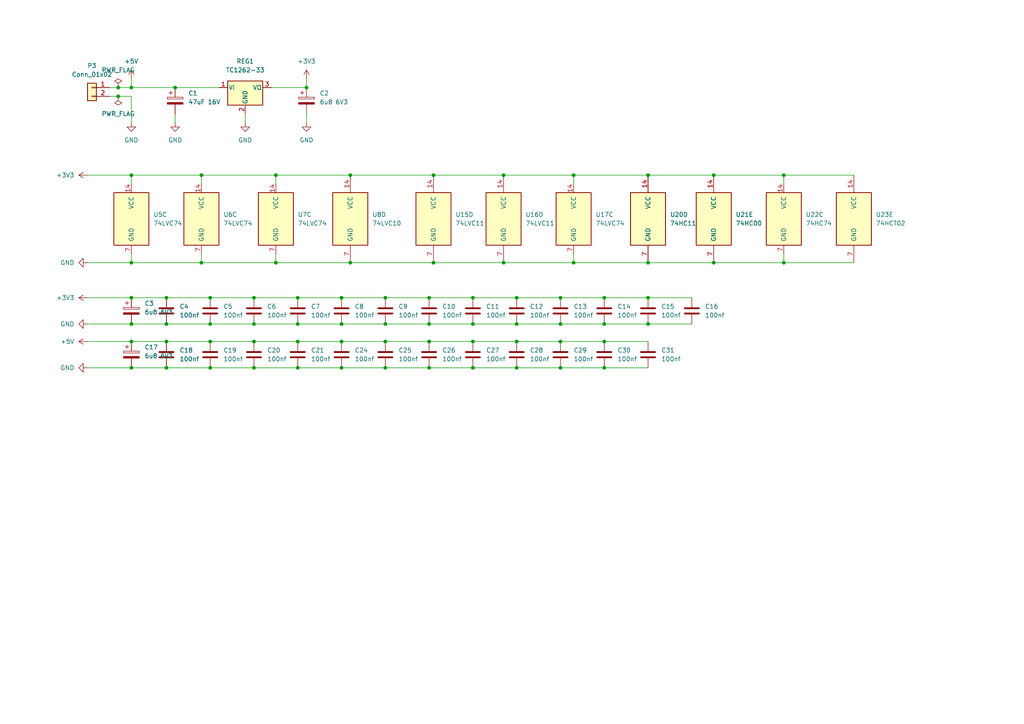
<source format=kicad_sch>
(kicad_sch (version 20211123) (generator eeschema)
  (paper "A4")
  (lib_symbols
    (symbol "74xx-FIX:74HC00" (pin_names (offset 1.016))
      (property "Reference" "U" (at 0 1.27 0))
      (property "Value" "74HC00" (at 0 -1.27 0))
      (symbol "74HC00_1_1"
        (arc (start 0 -3.81) (mid 3.81 0) (end 0 3.81) (stroke (width 0.254)) (fill (type background)))
        (polyline (pts (xy 0 3.81) (xy -3.81 3.81) (xy -3.81 -3.81) (xy 0 -3.81)) (stroke (width 0.254)) (fill (type background)))
        (pin input line (at -7.62 2.54 0) (length 3.81) (name "~") (number "1"))
        (pin input line (at -7.62 -2.54 0) (length 3.81) (name "~") (number "2"))
        (pin output inverted (at 7.62 0 180) (length 3.81) (name "~") (number "3"))
      )
      (symbol "74HC00_1_2"
        (arc (start -3.81 -3.81) (mid -2.589 0) (end -3.81 3.81) (stroke (width 0.254)))
        (arc (start -0.6096 -3.81) (mid 2.1855 -2.584) (end 3.81 0) (stroke (width 0.254)) (fill (type background)))
        (polyline (pts (xy -3.81 -3.81) (xy -0.635 -3.81)) (stroke (width 0.254)) (fill (type background)))
        (polyline (pts (xy -3.81 3.81) (xy -0.635 3.81)) (stroke (width 0.254)) (fill (type background)))
        (polyline (pts (xy -0.635 3.81) (xy -3.81 3.81) (xy -3.81 3.81) (xy -3.556 3.4036) (xy -3.0226 2.2606) (xy -2.6924 1.0414) (xy -2.6162 -0.254) (xy -2.7686 -1.4986) (xy -3.175 -2.7178) (xy -3.81 -3.81) (xy -3.81 -3.81) (xy -0.635 -3.81)) (stroke (width -25.4)) (fill (type background)))
        (arc (start 3.81 0) (mid 2.1928 2.5925) (end -0.6096 3.81) (stroke (width 0.254)) (fill (type background)))
        (pin input inverted (at -7.62 2.54 0) (length 4.318) (name "~") (number "1"))
        (pin input inverted (at -7.62 -2.54 0) (length 4.318) (name "~") (number "2"))
        (pin output line (at 7.62 0 180) (length 3.81) (name "~") (number "3"))
      )
      (symbol "74HC00_2_1"
        (arc (start 0 -3.81) (mid 3.81 0) (end 0 3.81) (stroke (width 0.254)) (fill (type background)))
        (polyline (pts (xy 0 3.81) (xy -3.81 3.81) (xy -3.81 -3.81) (xy 0 -3.81)) (stroke (width 0.254)) (fill (type background)))
        (pin input line (at -7.62 2.54 0) (length 3.81) (name "~") (number "4"))
        (pin input line (at -7.62 -2.54 0) (length 3.81) (name "~") (number "5"))
        (pin output inverted (at 7.62 0 180) (length 3.81) (name "~") (number "6"))
      )
      (symbol "74HC00_2_2"
        (arc (start -3.81 -3.81) (mid -2.589 0) (end -3.81 3.81) (stroke (width 0.254)))
        (arc (start -0.6096 -3.81) (mid 2.1855 -2.584) (end 3.81 0) (stroke (width 0.254)) (fill (type background)))
        (polyline (pts (xy -3.81 -3.81) (xy -0.635 -3.81)) (stroke (width 0.254)) (fill (type background)))
        (polyline (pts (xy -3.81 3.81) (xy -0.635 3.81)) (stroke (width 0.254)) (fill (type background)))
        (polyline (pts (xy -0.635 3.81) (xy -3.81 3.81) (xy -3.81 3.81) (xy -3.556 3.4036) (xy -3.0226 2.2606) (xy -2.6924 1.0414) (xy -2.6162 -0.254) (xy -2.7686 -1.4986) (xy -3.175 -2.7178) (xy -3.81 -3.81) (xy -3.81 -3.81) (xy -0.635 -3.81)) (stroke (width -25.4)) (fill (type background)))
        (arc (start 3.81 0) (mid 2.1928 2.5925) (end -0.6096 3.81) (stroke (width 0.254)) (fill (type background)))
        (pin input inverted (at -7.62 2.54 0) (length 4.318) (name "~") (number "4"))
        (pin input inverted (at -7.62 -2.54 0) (length 4.318) (name "~") (number "5"))
        (pin output line (at 7.62 0 180) (length 3.81) (name "~") (number "6"))
      )
      (symbol "74HC00_3_1"
        (arc (start 0 -3.81) (mid 3.81 0) (end 0 3.81) (stroke (width 0.254)) (fill (type background)))
        (polyline (pts (xy 0 3.81) (xy -3.81 3.81) (xy -3.81 -3.81) (xy 0 -3.81)) (stroke (width 0.254)) (fill (type background)))
        (pin input line (at -7.62 -2.54 0) (length 3.81) (name "~") (number "10"))
        (pin output inverted (at 7.62 0 180) (length 3.81) (name "~") (number "8"))
        (pin input line (at -7.62 2.54 0) (length 3.81) (name "~") (number "9"))
      )
      (symbol "74HC00_3_2"
        (arc (start -3.81 -3.81) (mid -2.589 0) (end -3.81 3.81) (stroke (width 0.254)))
        (arc (start -0.6096 -3.81) (mid 2.1855 -2.584) (end 3.81 0) (stroke (width 0.254)) (fill (type background)))
        (polyline (pts (xy -3.81 -3.81) (xy -0.635 -3.81)) (stroke (width 0.254)) (fill (type background)))
        (polyline (pts (xy -3.81 3.81) (xy -0.635 3.81)) (stroke (width 0.254)) (fill (type background)))
        (polyline (pts (xy -0.635 3.81) (xy -3.81 3.81) (xy -3.81 3.81) (xy -3.556 3.4036) (xy -3.0226 2.2606) (xy -2.6924 1.0414) (xy -2.6162 -0.254) (xy -2.7686 -1.4986) (xy -3.175 -2.7178) (xy -3.81 -3.81) (xy -3.81 -3.81) (xy -0.635 -3.81)) (stroke (width -25.4)) (fill (type background)))
        (arc (start 3.81 0) (mid 2.1928 2.5925) (end -0.6096 3.81) (stroke (width 0.254)) (fill (type background)))
        (pin input inverted (at -7.62 -2.54 0) (length 4.318) (name "~") (number "10"))
        (pin output line (at 7.62 0 180) (length 3.81) (name "~") (number "8"))
        (pin input inverted (at -7.62 2.54 0) (length 4.318) (name "~") (number "9"))
      )
      (symbol "74HC00_4_1"
        (arc (start 0 -3.81) (mid 3.81 0) (end 0 3.81) (stroke (width 0.254)) (fill (type background)))
        (polyline (pts (xy 0 3.81) (xy -3.81 3.81) (xy -3.81 -3.81) (xy 0 -3.81)) (stroke (width 0.254)) (fill (type background)))
        (pin output inverted (at 7.62 0 180) (length 3.81) (name "~") (number "11"))
        (pin input line (at -7.62 2.54 0) (length 3.81) (name "~") (number "12"))
        (pin input line (at -7.62 -2.54 0) (length 3.81) (name "~") (number "13"))
      )
      (symbol "74HC00_4_2"
        (arc (start -3.81 -3.81) (mid -2.589 0) (end -3.81 3.81) (stroke (width 0.254)))
        (arc (start -0.6096 -3.81) (mid 2.1855 -2.584) (end 3.81 0) (stroke (width 0.254)) (fill (type background)))
        (polyline (pts (xy -3.81 -3.81) (xy -0.635 -3.81)) (stroke (width 0.254)) (fill (type background)))
        (polyline (pts (xy -3.81 3.81) (xy -0.635 3.81)) (stroke (width 0.254)) (fill (type background)))
        (polyline (pts (xy -0.635 3.81) (xy -3.81 3.81) (xy -3.81 3.81) (xy -3.556 3.4036) (xy -3.0226 2.2606) (xy -2.6924 1.0414) (xy -2.6162 -0.254) (xy -2.7686 -1.4986) (xy -3.175 -2.7178) (xy -3.81 -3.81) (xy -3.81 -3.81) (xy -0.635 -3.81)) (stroke (width -25.4)) (fill (type background)))
        (arc (start 3.81 0) (mid 2.1928 2.5925) (end -0.6096 3.81) (stroke (width 0.254)) (fill (type background)))
        (pin output line (at 7.62 0 180) (length 3.81) (name "~") (number "11"))
        (pin input inverted (at -7.62 2.54 0) (length 4.318) (name "~") (number "12"))
        (pin input inverted (at -7.62 -2.54 0) (length 4.318) (name "~") (number "13"))
      )
      (symbol "74HC00_5_0"
        (pin power_in line (at 0 12.7 270) (length 5.08) (name "VCC") (number "14"))
        (pin power_in line (at 0 -12.7 90) (length 5.08) (name "GND") (number "7"))
      )
      (symbol "74HC00_5_1"
        (rectangle (start -5.08 7.62) (end 5.08 -7.62) (stroke (width 0.254)) (fill (type background)))
      )
    )
    (symbol "74xx-FIX:74HCT02" (pin_names (offset 1.016))
      (property "Reference" "U" (at 0 1.27 0))
      (property "Value" "74HCT02" (at 0 -1.27 0))
      (symbol "74HCT02_1_1"
        (arc (start -3.81 -3.81) (mid -2.589 0) (end -3.81 3.81) (stroke (width 0.254)))
        (arc (start -0.6096 -3.81) (mid 2.1855 -2.584) (end 3.81 0) (stroke (width 0.254)) (fill (type background)))
        (polyline (pts (xy -3.81 -3.81) (xy -0.635 -3.81)) (stroke (width 0.254)) (fill (type background)))
        (polyline (pts (xy -3.81 3.81) (xy -0.635 3.81)) (stroke (width 0.254)) (fill (type background)))
        (polyline (pts (xy -0.635 3.81) (xy -3.81 3.81) (xy -3.81 3.81) (xy -3.556 3.4036) (xy -3.0226 2.2606) (xy -2.6924 1.0414) (xy -2.6162 -0.254) (xy -2.7686 -1.4986) (xy -3.175 -2.7178) (xy -3.81 -3.81) (xy -3.81 -3.81) (xy -0.635 -3.81)) (stroke (width -25.4)) (fill (type background)))
        (arc (start 3.81 0) (mid 2.1928 2.5925) (end -0.6096 3.81) (stroke (width 0.254)) (fill (type background)))
        (pin output inverted (at 7.62 0 180) (length 3.81) (name "~") (number "1"))
        (pin input line (at -7.62 2.54 0) (length 4.318) (name "~") (number "2"))
        (pin input line (at -7.62 -2.54 0) (length 4.318) (name "~") (number "3"))
      )
      (symbol "74HCT02_1_2"
        (arc (start 0 -3.81) (mid 3.81 0) (end 0 3.81) (stroke (width 0.254)) (fill (type background)))
        (polyline (pts (xy 0 3.81) (xy -3.81 3.81) (xy -3.81 -3.81) (xy 0 -3.81)) (stroke (width 0.254)) (fill (type background)))
        (pin output line (at 7.62 0 180) (length 3.81) (name "~") (number "1"))
        (pin input inverted (at -7.62 2.54 0) (length 3.81) (name "~") (number "2"))
        (pin input inverted (at -7.62 -2.54 0) (length 3.81) (name "~") (number "3"))
      )
      (symbol "74HCT02_2_1"
        (arc (start -3.81 -3.81) (mid -2.589 0) (end -3.81 3.81) (stroke (width 0.254)))
        (arc (start -0.6096 -3.81) (mid 2.1855 -2.584) (end 3.81 0) (stroke (width 0.254)) (fill (type background)))
        (polyline (pts (xy -3.81 -3.81) (xy -0.635 -3.81)) (stroke (width 0.254)) (fill (type background)))
        (polyline (pts (xy -3.81 3.81) (xy -0.635 3.81)) (stroke (width 0.254)) (fill (type background)))
        (polyline (pts (xy -0.635 3.81) (xy -3.81 3.81) (xy -3.81 3.81) (xy -3.556 3.4036) (xy -3.0226 2.2606) (xy -2.6924 1.0414) (xy -2.6162 -0.254) (xy -2.7686 -1.4986) (xy -3.175 -2.7178) (xy -3.81 -3.81) (xy -3.81 -3.81) (xy -0.635 -3.81)) (stroke (width -25.4)) (fill (type background)))
        (arc (start 3.81 0) (mid 2.1928 2.5925) (end -0.6096 3.81) (stroke (width 0.254)) (fill (type background)))
        (pin output inverted (at 7.62 0 180) (length 3.81) (name "~") (number "4"))
        (pin input line (at -7.62 2.54 0) (length 4.318) (name "~") (number "5"))
        (pin input line (at -7.62 -2.54 0) (length 4.318) (name "~") (number "6"))
      )
      (symbol "74HCT02_2_2"
        (arc (start 0 -3.81) (mid 3.81 0) (end 0 3.81) (stroke (width 0.254)) (fill (type background)))
        (polyline (pts (xy 0 3.81) (xy -3.81 3.81) (xy -3.81 -3.81) (xy 0 -3.81)) (stroke (width 0.254)) (fill (type background)))
        (pin output line (at 7.62 0 180) (length 3.81) (name "~") (number "4"))
        (pin input inverted (at -7.62 2.54 0) (length 3.81) (name "~") (number "5"))
        (pin input inverted (at -7.62 -2.54 0) (length 3.81) (name "~") (number "6"))
      )
      (symbol "74HCT02_3_1"
        (arc (start -3.81 -3.81) (mid -2.589 0) (end -3.81 3.81) (stroke (width 0.254)))
        (arc (start -0.6096 -3.81) (mid 2.1855 -2.584) (end 3.81 0) (stroke (width 0.254)) (fill (type background)))
        (polyline (pts (xy -3.81 -3.81) (xy -0.635 -3.81)) (stroke (width 0.254)) (fill (type background)))
        (polyline (pts (xy -3.81 3.81) (xy -0.635 3.81)) (stroke (width 0.254)) (fill (type background)))
        (polyline (pts (xy -0.635 3.81) (xy -3.81 3.81) (xy -3.81 3.81) (xy -3.556 3.4036) (xy -3.0226 2.2606) (xy -2.6924 1.0414) (xy -2.6162 -0.254) (xy -2.7686 -1.4986) (xy -3.175 -2.7178) (xy -3.81 -3.81) (xy -3.81 -3.81) (xy -0.635 -3.81)) (stroke (width -25.4)) (fill (type background)))
        (arc (start 3.81 0) (mid 2.1928 2.5925) (end -0.6096 3.81) (stroke (width 0.254)) (fill (type background)))
        (pin output inverted (at 7.62 0 180) (length 3.81) (name "~") (number "10"))
        (pin input line (at -7.62 2.54 0) (length 4.318) (name "~") (number "8"))
        (pin input line (at -7.62 -2.54 0) (length 4.318) (name "~") (number "9"))
      )
      (symbol "74HCT02_3_2"
        (arc (start 0 -3.81) (mid 3.81 0) (end 0 3.81) (stroke (width 0.254)) (fill (type background)))
        (polyline (pts (xy 0 3.81) (xy -3.81 3.81) (xy -3.81 -3.81) (xy 0 -3.81)) (stroke (width 0.254)) (fill (type background)))
        (pin output line (at 7.62 0 180) (length 3.81) (name "~") (number "10"))
        (pin input inverted (at -7.62 2.54 0) (length 3.81) (name "~") (number "8"))
        (pin input inverted (at -7.62 -2.54 0) (length 3.81) (name "~") (number "9"))
      )
      (symbol "74HCT02_4_1"
        (arc (start -3.81 -3.81) (mid -2.589 0) (end -3.81 3.81) (stroke (width 0.254)))
        (arc (start -0.6096 -3.81) (mid 2.1855 -2.584) (end 3.81 0) (stroke (width 0.254)) (fill (type background)))
        (polyline (pts (xy -3.81 -3.81) (xy -0.635 -3.81)) (stroke (width 0.254)) (fill (type background)))
        (polyline (pts (xy -3.81 3.81) (xy -0.635 3.81)) (stroke (width 0.254)) (fill (type background)))
        (polyline (pts (xy -0.635 3.81) (xy -3.81 3.81) (xy -3.81 3.81) (xy -3.556 3.4036) (xy -3.0226 2.2606) (xy -2.6924 1.0414) (xy -2.6162 -0.254) (xy -2.7686 -1.4986) (xy -3.175 -2.7178) (xy -3.81 -3.81) (xy -3.81 -3.81) (xy -0.635 -3.81)) (stroke (width -25.4)) (fill (type background)))
        (arc (start 3.81 0) (mid 2.1928 2.5925) (end -0.6096 3.81) (stroke (width 0.254)) (fill (type background)))
        (pin input line (at -7.62 2.54 0) (length 4.318) (name "~") (number "11"))
        (pin input line (at -7.62 -2.54 0) (length 4.318) (name "~") (number "12"))
        (pin output inverted (at 7.62 0 180) (length 3.81) (name "~") (number "13"))
      )
      (symbol "74HCT02_4_2"
        (arc (start 0 -3.81) (mid 3.81 0) (end 0 3.81) (stroke (width 0.254)) (fill (type background)))
        (polyline (pts (xy 0 3.81) (xy -3.81 3.81) (xy -3.81 -3.81) (xy 0 -3.81)) (stroke (width 0.254)) (fill (type background)))
        (pin input inverted (at -7.62 2.54 0) (length 3.81) (name "~") (number "11"))
        (pin input inverted (at -7.62 -2.54 0) (length 3.81) (name "~") (number "12"))
        (pin output line (at 7.62 0 180) (length 3.81) (name "~") (number "13"))
      )
      (symbol "74HCT02_5_0"
        (pin power_in line (at 0 12.7 270) (length 5.08) (name "VCC") (number "14"))
        (pin power_in line (at 0 -12.7 90) (length 5.08) (name "GND") (number "7"))
      )
      (symbol "74HCT02_5_1"
        (rectangle (start -5.08 7.62) (end 5.08 -7.62) (stroke (width 0.254)) (fill (type background)))
      )
    )
    (symbol "74xx-FIX:74LS11" (pin_names (offset 1.016))
      (property "Reference" "U" (at 0 1.27 0))
      (property "Value" "74LS11" (at 0 -1.27 0))
      (symbol "74LS11_1_1"
        (arc (start 0 -3.81) (mid 3.81 0) (end 0 3.81) (stroke (width 0.254)) (fill (type background)))
        (polyline (pts (xy 0 3.81) (xy -3.81 3.81) (xy -3.81 -3.81) (xy 0 -3.81)) (stroke (width 0.254)) (fill (type background)))
        (pin input line (at -7.62 2.54 0) (length 3.81) (name "~") (number "1"))
        (pin output line (at 7.62 0 180) (length 3.81) (name "~") (number "12"))
        (pin input line (at -7.62 -2.54 0) (length 3.81) (name "~") (number "13"))
        (pin input line (at -7.62 0 0) (length 3.81) (name "~") (number "2"))
      )
      (symbol "74LS11_1_2"
        (arc (start -3.81 -3.81) (mid -2.589 0) (end -3.81 3.81) (stroke (width 0.254)))
        (arc (start -0.6096 -3.81) (mid 2.1855 -2.584) (end 3.81 0) (stroke (width 0.254)) (fill (type background)))
        (polyline (pts (xy -3.81 -3.81) (xy -0.635 -3.81)) (stroke (width 0.254)) (fill (type background)))
        (polyline (pts (xy -3.81 3.81) (xy -0.635 3.81)) (stroke (width 0.254)) (fill (type background)))
        (polyline (pts (xy -0.635 3.81) (xy -3.81 3.81) (xy -3.81 3.81) (xy -3.556 3.4036) (xy -3.0226 2.2606) (xy -2.6924 1.0414) (xy -2.6162 -0.254) (xy -2.7686 -1.4986) (xy -3.175 -2.7178) (xy -3.81 -3.81) (xy -3.81 -3.81) (xy -0.635 -3.81)) (stroke (width -25.4)) (fill (type background)))
        (arc (start 3.81 0) (mid 2.1928 2.5925) (end -0.6096 3.81) (stroke (width 0.254)) (fill (type background)))
        (pin input inverted (at -7.62 2.54 0) (length 4.318) (name "~") (number "1"))
        (pin output inverted (at 7.62 0 180) (length 3.81) (name "~") (number "12"))
        (pin input inverted (at -7.62 -2.54 0) (length 4.318) (name "~") (number "13"))
        (pin input inverted (at -7.62 0 0) (length 4.953) (name "~") (number "2"))
      )
      (symbol "74LS11_2_1"
        (arc (start 0 -3.81) (mid 3.81 0) (end 0 3.81) (stroke (width 0.254)) (fill (type background)))
        (polyline (pts (xy 0 3.81) (xy -3.81 3.81) (xy -3.81 -3.81) (xy 0 -3.81)) (stroke (width 0.254)) (fill (type background)))
        (pin input line (at -7.62 2.54 0) (length 3.81) (name "~") (number "3"))
        (pin input line (at -7.62 0 0) (length 3.81) (name "~") (number "4"))
        (pin input line (at -7.62 -2.54 0) (length 3.81) (name "~") (number "5"))
        (pin output line (at 7.62 0 180) (length 3.81) (name "~") (number "6"))
      )
      (symbol "74LS11_2_2"
        (arc (start -3.81 -3.81) (mid -2.589 0) (end -3.81 3.81) (stroke (width 0.254)))
        (arc (start -0.6096 -3.81) (mid 2.1855 -2.584) (end 3.81 0) (stroke (width 0.254)) (fill (type background)))
        (polyline (pts (xy -3.81 -3.81) (xy -0.635 -3.81)) (stroke (width 0.254)) (fill (type background)))
        (polyline (pts (xy -3.81 3.81) (xy -0.635 3.81)) (stroke (width 0.254)) (fill (type background)))
        (polyline (pts (xy -0.635 3.81) (xy -3.81 3.81) (xy -3.81 3.81) (xy -3.556 3.4036) (xy -3.0226 2.2606) (xy -2.6924 1.0414) (xy -2.6162 -0.254) (xy -2.7686 -1.4986) (xy -3.175 -2.7178) (xy -3.81 -3.81) (xy -3.81 -3.81) (xy -0.635 -3.81)) (stroke (width -25.4)) (fill (type background)))
        (arc (start 3.81 0) (mid 2.1928 2.5925) (end -0.6096 3.81) (stroke (width 0.254)) (fill (type background)))
        (pin input inverted (at -7.62 2.54 0) (length 4.318) (name "~") (number "3"))
        (pin input inverted (at -7.62 0 0) (length 4.953) (name "~") (number "4"))
        (pin input inverted (at -7.62 -2.54 0) (length 4.318) (name "~") (number "5"))
        (pin output inverted (at 7.62 0 180) (length 3.81) (name "~") (number "6"))
      )
      (symbol "74LS11_3_1"
        (arc (start 0 -3.81) (mid 3.81 0) (end 0 3.81) (stroke (width 0.254)) (fill (type background)))
        (polyline (pts (xy 0 3.81) (xy -3.81 3.81) (xy -3.81 -3.81) (xy 0 -3.81)) (stroke (width 0.254)) (fill (type background)))
        (pin input line (at -7.62 0 0) (length 3.81) (name "~") (number "10"))
        (pin input line (at -7.62 -2.54 0) (length 3.81) (name "~") (number "11"))
        (pin output line (at 7.62 0 180) (length 3.81) (name "~") (number "8"))
        (pin input line (at -7.62 2.54 0) (length 3.81) (name "~") (number "9"))
      )
      (symbol "74LS11_3_2"
        (arc (start -3.81 -3.81) (mid -2.589 0) (end -3.81 3.81) (stroke (width 0.254)))
        (arc (start -0.6096 -3.81) (mid 2.1855 -2.584) (end 3.81 0) (stroke (width 0.254)) (fill (type background)))
        (polyline (pts (xy -3.81 -3.81) (xy -0.635 -3.81)) (stroke (width 0.254)) (fill (type background)))
        (polyline (pts (xy -3.81 3.81) (xy -0.635 3.81)) (stroke (width 0.254)) (fill (type background)))
        (polyline (pts (xy -0.635 3.81) (xy -3.81 3.81) (xy -3.81 3.81) (xy -3.556 3.4036) (xy -3.0226 2.2606) (xy -2.6924 1.0414) (xy -2.6162 -0.254) (xy -2.7686 -1.4986) (xy -3.175 -2.7178) (xy -3.81 -3.81) (xy -3.81 -3.81) (xy -0.635 -3.81)) (stroke (width -25.4)) (fill (type background)))
        (arc (start 3.81 0) (mid 2.1928 2.5925) (end -0.6096 3.81) (stroke (width 0.254)) (fill (type background)))
        (pin input inverted (at -7.62 0 0) (length 4.953) (name "~") (number "10"))
        (pin input inverted (at -7.62 -2.54 0) (length 4.318) (name "~") (number "11"))
        (pin output inverted (at 7.62 0 180) (length 3.81) (name "~") (number "8"))
        (pin input inverted (at -7.62 2.54 0) (length 4.318) (name "~") (number "9"))
      )
      (symbol "74LS11_4_0"
        (pin power_in line (at 0 12.7 270) (length 5.08) (name "VCC") (number "14"))
        (pin power_in line (at 0 -12.7 90) (length 5.08) (name "GND") (number "7"))
      )
      (symbol "74LS11_4_1"
        (rectangle (start -5.08 7.62) (end 5.08 -7.62) (stroke (width 0.254)) (fill (type background)))
      )
    )
    (symbol "74xx:74HC74" (pin_names (offset 1.016))
      (property "Reference" "U" (at -7.62 8.89 0))
      (property "Value" "74HC74" (at -7.62 -8.89 0))
      (symbol "74HC74_1_0"
        (pin input line (at 0 -7.62 90) (length 2.54) (name "~{R}") (number "1"))
        (pin input line (at -7.62 2.54 0) (length 2.54) (name "D") (number "2"))
        (pin input clock (at -7.62 0 0) (length 2.54) (name "C") (number "3"))
        (pin input line (at 0 7.62 270) (length 2.54) (name "~{S}") (number "4"))
        (pin output line (at 7.62 2.54 180) (length 2.54) (name "Q") (number "5"))
        (pin output line (at 7.62 -2.54 180) (length 2.54) (name "~{Q}") (number "6"))
      )
      (symbol "74HC74_1_1"
        (rectangle (start -5.08 5.08) (end 5.08 -5.08) (stroke (width 0.254)) (fill (type background)))
      )
      (symbol "74HC74_2_0"
        (pin input line (at 0 7.62 270) (length 2.54) (name "~{S}") (number "10"))
        (pin input clock (at -7.62 0 0) (length 2.54) (name "C") (number "11"))
        (pin input line (at -7.62 2.54 0) (length 2.54) (name "D") (number "12"))
        (pin input line (at 0 -7.62 90) (length 2.54) (name "~{R}") (number "13"))
        (pin output line (at 7.62 -2.54 180) (length 2.54) (name "~{Q}") (number "8"))
        (pin output line (at 7.62 2.54 180) (length 2.54) (name "Q") (number "9"))
      )
      (symbol "74HC74_2_1"
        (rectangle (start -5.08 5.08) (end 5.08 -5.08) (stroke (width 0.254)) (fill (type background)))
      )
      (symbol "74HC74_3_0"
        (pin power_in line (at 0 10.16 270) (length 2.54) (name "VCC") (number "14"))
        (pin power_in line (at 0 -10.16 90) (length 2.54) (name "GND") (number "7"))
      )
      (symbol "74HC74_3_1"
        (rectangle (start -5.08 7.62) (end 5.08 -7.62) (stroke (width 0.254)) (fill (type background)))
      )
    )
    (symbol "74xx:74LS10" (pin_names (offset 1.016))
      (property "Reference" "U" (at 0 1.27 0))
      (property "Value" "74LS10" (at 0 -1.27 0))
      (symbol "74LS10_1_1"
        (arc (start 0 -3.81) (mid 3.81 0) (end 0 3.81) (stroke (width 0.254)) (fill (type background)))
        (polyline (pts (xy 0 3.81) (xy -3.81 3.81) (xy -3.81 -3.81) (xy 0 -3.81)) (stroke (width 0.254)) (fill (type background)))
        (pin input line (at -7.62 2.54 0) (length 3.81) (name "~") (number "1"))
        (pin output inverted (at 7.62 0 180) (length 3.81) (name "~") (number "12"))
        (pin input line (at -7.62 -2.54 0) (length 3.81) (name "~") (number "13"))
        (pin input line (at -7.62 0 0) (length 3.81) (name "~") (number "2"))
      )
      (symbol "74LS10_1_2"
        (arc (start -3.81 -3.81) (mid -2.589 0) (end -3.81 3.81) (stroke (width 0.254)))
        (arc (start -0.6096 -3.81) (mid 2.1842 -2.5851) (end 3.81 0) (stroke (width 0.254)) (fill (type background)))
        (polyline (pts (xy -3.81 -3.81) (xy -0.635 -3.81)) (stroke (width 0.254)) (fill (type background)))
        (polyline (pts (xy -3.81 3.81) (xy -0.635 3.81)) (stroke (width 0.254)) (fill (type background)))
        (polyline (pts (xy -0.635 3.81) (xy -3.81 3.81) (xy -3.81 3.81) (xy -3.556 3.4036) (xy -3.0226 2.2606) (xy -2.6924 1.0414) (xy -2.6162 -0.254) (xy -2.7686 -1.4986) (xy -3.175 -2.7178) (xy -3.81 -3.81) (xy -3.81 -3.81) (xy -0.635 -3.81)) (stroke (width -25.4)) (fill (type background)))
        (arc (start 3.81 0) (mid 2.1915 2.5936) (end -0.6096 3.81) (stroke (width 0.254)) (fill (type background)))
        (pin input inverted (at -7.62 2.54 0) (length 4.318) (name "~") (number "1"))
        (pin output line (at 7.62 0 180) (length 3.81) (name "~") (number "12"))
        (pin input inverted (at -7.62 -2.54 0) (length 4.318) (name "~") (number "13"))
        (pin input inverted (at -7.62 0 0) (length 4.953) (name "~") (number "2"))
      )
      (symbol "74LS10_2_1"
        (arc (start 0 -3.81) (mid 3.81 0) (end 0 3.81) (stroke (width 0.254)) (fill (type background)))
        (polyline (pts (xy 0 3.81) (xy -3.81 3.81) (xy -3.81 -3.81) (xy 0 -3.81)) (stroke (width 0.254)) (fill (type background)))
        (pin input line (at -7.62 2.54 0) (length 3.81) (name "~") (number "3"))
        (pin input line (at -7.62 0 0) (length 3.81) (name "~") (number "4"))
        (pin input line (at -7.62 -2.54 0) (length 3.81) (name "~") (number "5"))
        (pin output inverted (at 7.62 0 180) (length 3.81) (name "~") (number "6"))
      )
      (symbol "74LS10_2_2"
        (arc (start -3.81 -3.81) (mid -2.589 0) (end -3.81 3.81) (stroke (width 0.254)))
        (arc (start -0.6096 -3.81) (mid 2.1842 -2.5851) (end 3.81 0) (stroke (width 0.254)) (fill (type background)))
        (polyline (pts (xy -3.81 -3.81) (xy -0.635 -3.81)) (stroke (width 0.254)) (fill (type background)))
        (polyline (pts (xy -3.81 3.81) (xy -0.635 3.81)) (stroke (width 0.254)) (fill (type background)))
        (polyline (pts (xy -0.635 3.81) (xy -3.81 3.81) (xy -3.81 3.81) (xy -3.556 3.4036) (xy -3.0226 2.2606) (xy -2.6924 1.0414) (xy -2.6162 -0.254) (xy -2.7686 -1.4986) (xy -3.175 -2.7178) (xy -3.81 -3.81) (xy -3.81 -3.81) (xy -0.635 -3.81)) (stroke (width -25.4)) (fill (type background)))
        (arc (start 3.81 0) (mid 2.1915 2.5936) (end -0.6096 3.81) (stroke (width 0.254)) (fill (type background)))
        (pin input inverted (at -7.62 2.54 0) (length 4.318) (name "~") (number "3"))
        (pin input inverted (at -7.62 0 0) (length 4.953) (name "~") (number "4"))
        (pin input inverted (at -7.62 -2.54 0) (length 4.318) (name "~") (number "5"))
        (pin output line (at 7.62 0 180) (length 3.81) (name "~") (number "6"))
      )
      (symbol "74LS10_3_1"
        (arc (start 0 -3.81) (mid 3.81 0) (end 0 3.81) (stroke (width 0.254)) (fill (type background)))
        (polyline (pts (xy 0 3.81) (xy -3.81 3.81) (xy -3.81 -3.81) (xy 0 -3.81)) (stroke (width 0.254)) (fill (type background)))
        (pin input line (at -7.62 0 0) (length 3.81) (name "~") (number "10"))
        (pin input line (at -7.62 -2.54 0) (length 3.81) (name "~") (number "11"))
        (pin output inverted (at 7.62 0 180) (length 3.81) (name "~") (number "8"))
        (pin input line (at -7.62 2.54 0) (length 3.81) (name "~") (number "9"))
      )
      (symbol "74LS10_3_2"
        (arc (start -3.81 -3.81) (mid -2.589 0) (end -3.81 3.81) (stroke (width 0.254)))
        (arc (start -0.6096 -3.81) (mid 2.1842 -2.5851) (end 3.81 0) (stroke (width 0.254)) (fill (type background)))
        (polyline (pts (xy -3.81 -3.81) (xy -0.635 -3.81)) (stroke (width 0.254)) (fill (type background)))
        (polyline (pts (xy -3.81 3.81) (xy -0.635 3.81)) (stroke (width 0.254)) (fill (type background)))
        (polyline (pts (xy -0.635 3.81) (xy -3.81 3.81) (xy -3.81 3.81) (xy -3.556 3.4036) (xy -3.0226 2.2606) (xy -2.6924 1.0414) (xy -2.6162 -0.254) (xy -2.7686 -1.4986) (xy -3.175 -2.7178) (xy -3.81 -3.81) (xy -3.81 -3.81) (xy -0.635 -3.81)) (stroke (width -25.4)) (fill (type background)))
        (arc (start 3.81 0) (mid 2.1915 2.5936) (end -0.6096 3.81) (stroke (width 0.254)) (fill (type background)))
        (pin input inverted (at -7.62 0 0) (length 4.953) (name "~") (number "10"))
        (pin input inverted (at -7.62 -2.54 0) (length 4.318) (name "~") (number "11"))
        (pin output line (at 7.62 0 180) (length 3.81) (name "~") (number "8"))
        (pin input inverted (at -7.62 2.54 0) (length 4.318) (name "~") (number "9"))
      )
      (symbol "74LS10_4_0"
        (pin power_in line (at 0 12.7 270) (length 5.08) (name "VCC") (number "14"))
        (pin power_in line (at 0 -12.7 90) (length 5.08) (name "GND") (number "7"))
      )
      (symbol "74LS10_4_1"
        (rectangle (start -5.08 7.62) (end 5.08 -7.62) (stroke (width 0.254)) (fill (type background)))
      )
    )
    (symbol "74xx:74LS74" (pin_names (offset 1.016))
      (property "Reference" "U" (at -7.62 8.89 0))
      (property "Value" "74LS74" (at -7.62 -8.89 0))
      (symbol "74LS74_1_0"
        (pin input line (at 0 -7.62 90) (length 2.54) (name "~{R}") (number "1"))
        (pin input line (at -7.62 2.54 0) (length 2.54) (name "D") (number "2"))
        (pin input clock (at -7.62 0 0) (length 2.54) (name "C") (number "3"))
        (pin input line (at 0 7.62 270) (length 2.54) (name "~{S}") (number "4"))
        (pin output line (at 7.62 2.54 180) (length 2.54) (name "Q") (number "5"))
        (pin output line (at 7.62 -2.54 180) (length 2.54) (name "~{Q}") (number "6"))
      )
      (symbol "74LS74_1_1"
        (rectangle (start -5.08 5.08) (end 5.08 -5.08) (stroke (width 0.254)) (fill (type background)))
      )
      (symbol "74LS74_2_0"
        (pin input line (at 0 7.62 270) (length 2.54) (name "~{S}") (number "10"))
        (pin input clock (at -7.62 0 0) (length 2.54) (name "C") (number "11"))
        (pin input line (at -7.62 2.54 0) (length 2.54) (name "D") (number "12"))
        (pin input line (at 0 -7.62 90) (length 2.54) (name "~{R}") (number "13"))
        (pin output line (at 7.62 -2.54 180) (length 2.54) (name "~{Q}") (number "8"))
        (pin output line (at 7.62 2.54 180) (length 2.54) (name "Q") (number "9"))
      )
      (symbol "74LS74_2_1"
        (rectangle (start -5.08 5.08) (end 5.08 -5.08) (stroke (width 0.254)) (fill (type background)))
      )
      (symbol "74LS74_3_0"
        (pin power_in line (at 0 10.16 270) (length 2.54) (name "VCC") (number "14"))
        (pin power_in line (at 0 -10.16 90) (length 2.54) (name "GND") (number "7"))
      )
      (symbol "74LS74_3_1"
        (rectangle (start -5.08 7.62) (end 5.08 -7.62) (stroke (width 0.254)) (fill (type background)))
      )
    )
    (symbol "Connector_Generic:Conn_01x02" (pin_names (offset 1.016) hide)
      (property "Reference" "J" (at 0 2.54 0))
      (property "Value" "Conn_01x02" (at 0 -5.08 0))
      (symbol "Conn_01x02_1_1"
        (rectangle (start -1.27 -2.413) (end 0 -2.667) (stroke (width 0.1524)))
        (rectangle (start -1.27 0.127) (end 0 -0.127) (stroke (width 0.1524)))
        (rectangle (start -1.27 1.27) (end 1.27 -3.81) (stroke (width 0.254)) (fill (type background)))
        (pin passive line (at -5.08 0 0) (length 3.81) (name "Pin_1") (number "1"))
        (pin passive line (at -5.08 -2.54 0) (length 3.81) (name "Pin_2") (number "2"))
      )
    )
    (symbol "Device:C" (pin_numbers hide) (pin_names (offset 0.254))
      (property "Reference" "C" (at 0.635 2.54 0))
      (property "Value" "C" (at 0.635 -2.54 0))
      (symbol "C_0_1"
        (polyline (pts (xy -2.032 -0.762) (xy 2.032 -0.762)) (stroke (width 0.508)))
        (polyline (pts (xy -2.032 0.762) (xy 2.032 0.762)) (stroke (width 0.508)))
      )
      (symbol "C_1_1"
        (pin passive line (at 0 3.81 270) (length 2.794) (name "~") (number "1"))
        (pin passive line (at 0 -3.81 90) (length 2.794) (name "~") (number "2"))
      )
    )
    (symbol "Device:C_Polarized" (pin_numbers hide) (pin_names (offset 0.254))
      (property "Reference" "C" (at 0.635 2.54 0))
      (property "Value" "C_Polarized" (at 0.635 -2.54 0))
      (symbol "C_Polarized_0_1"
        (rectangle (start -2.286 0.508) (end 2.286 1.016))
        (polyline (pts (xy -1.778 2.286) (xy -0.762 2.286)))
        (polyline (pts (xy -1.27 2.794) (xy -1.27 1.778)))
        (rectangle (start 2.286 -0.508) (end -2.286 -1.016) (fill (type outline)))
      )
      (symbol "C_Polarized_1_1"
        (pin passive line (at 0 3.81 270) (length 2.794) (name "~") (number "1"))
        (pin passive line (at 0 -3.81 90) (length 2.794) (name "~") (number "2"))
      )
    )
    (symbol "Regulator_Linear:TC1262-33" (pin_names (offset 0.254))
      (property "Reference" "U" (at -3.81 3.175 0))
      (property "Value" "TC1262-33" (at 0 3.175 0))
      (symbol "TC1262-33_1_1"
        (rectangle (start -5.08 1.905) (end 5.08 -5.08) (stroke (width 0.254)) (fill (type background)))
        (pin power_in line (at -7.62 0 0) (length 2.54) (name "VI") (number "1"))
        (pin power_in line (at 0 -7.62 90) (length 2.54) (name "GND") (number "2"))
        (pin power_out line (at 7.62 0 180) (length 2.54) (name "VO") (number "3"))
      )
    )
    (symbol "power:+3.3V" (power) (pin_names (offset 0))
      (property "Value" "+3.3V" (at 0 3.556 0))
      (symbol "+3.3V_0_1"
        (polyline (pts (xy -0.762 1.27) (xy 0 2.54)))
        (polyline (pts (xy 0 0) (xy 0 2.54)))
        (polyline (pts (xy 0 2.54) (xy 0.762 1.27)))
      )
      (symbol "+3.3V_1_1"
        (pin power_in line (at 0 0 90) (length 0) hide (name "+3V3") (number "1"))
      )
    )
    (symbol "power:+5V" (power) (pin_names (offset 0))
      (property "Value" "+5V" (at 0 3.556 0))
      (symbol "+5V_0_1"
        (polyline (pts (xy -0.762 1.27) (xy 0 2.54)))
        (polyline (pts (xy 0 0) (xy 0 2.54)))
        (polyline (pts (xy 0 2.54) (xy 0.762 1.27)))
      )
      (symbol "+5V_1_1"
        (pin power_in line (at 0 0 90) (length 0) hide (name "+5V") (number "1"))
      )
    )
    (symbol "power:GND" (power) (pin_names (offset 0))
      (property "Value" "GND" (at 0 -3.81 0))
      (symbol "GND_0_1"
        (polyline (pts (xy 0 0) (xy 0 -1.27) (xy 1.27 -1.27) (xy 0 -2.54) (xy -1.27 -1.27) (xy 0 -1.27)))
      )
      (symbol "GND_1_1"
        (pin power_in line (at 0 0 270) (length 0) hide (name "GND") (number "1"))
      )
    )
    (symbol "power:PWR_FLAG" (power) (pin_numbers hide) (pin_names (offset 0) hide)
      (property "Value" "PWR_FLAG" (at 0 3.81 0))
      (symbol "PWR_FLAG_0_0"
        (pin power_out line (at 0 0 90) (length 0) (name "pwr") (number "1"))
      )
      (symbol "PWR_FLAG_0_1"
        (polyline (pts (xy 0 0) (xy 0 1.27) (xy -1.016 1.905) (xy 0 2.54) (xy 1.016 1.905) (xy 0 1.27)))
      )
    )
  )
  (junction (at 86.36 99.06))
  (junction (at 60.96 106.68))
  (junction (at 166.37 50.8))
  (junction (at 38.1 86.36))
  (junction (at 111.76 99.06))
  (junction (at 86.36 106.68))
  (junction (at 99.06 106.68))
  (junction (at 80.01 76.2))
  (junction (at 60.96 86.36))
  (junction (at 149.86 99.06))
  (junction (at 38.1 50.8))
  (junction (at 34.29 27.94))
  (junction (at 124.46 106.68))
  (junction (at 99.06 99.06))
  (junction (at 60.96 93.98))
  (junction (at 60.96 99.06))
  (junction (at 175.26 93.98))
  (junction (at 48.26 86.36))
  (junction (at 125.73 76.2))
  (junction (at 149.86 93.98))
  (junction (at 73.66 106.68))
  (junction (at 149.86 106.68))
  (junction (at 111.76 93.98))
  (junction (at 38.1 76.2))
  (junction (at 187.96 76.2))
  (junction (at 125.73 50.8))
  (junction (at 175.26 86.36))
  (junction (at 38.1 99.06))
  (junction (at 101.6 76.2))
  (junction (at 227.33 50.8))
  (junction (at 80.01 50.8))
  (junction (at 227.33 76.2))
  (junction (at 73.66 86.36))
  (junction (at 149.86 86.36))
  (junction (at 146.05 76.2))
  (junction (at 38.1 106.68))
  (junction (at 124.46 93.98))
  (junction (at 73.66 99.06))
  (junction (at 207.01 76.2))
  (junction (at 137.16 99.06))
  (junction (at 48.26 99.06))
  (junction (at 187.96 93.98))
  (junction (at 175.26 99.06))
  (junction (at 111.76 86.36))
  (junction (at 38.1 93.98))
  (junction (at 207.01 50.8))
  (junction (at 99.06 93.98))
  (junction (at 146.05 50.8))
  (junction (at 124.46 99.06))
  (junction (at 86.36 93.98))
  (junction (at 48.26 106.68))
  (junction (at 58.42 76.2))
  (junction (at 48.26 93.98))
  (junction (at 99.06 86.36))
  (junction (at 101.6 50.8))
  (junction (at 166.37 76.2))
  (junction (at 187.96 86.36))
  (junction (at 162.56 106.68))
  (junction (at 124.46 86.36))
  (junction (at 137.16 86.36))
  (junction (at 88.9 25.4))
  (junction (at 34.29 25.4))
  (junction (at 86.36 86.36))
  (junction (at 137.16 93.98))
  (junction (at 162.56 99.06))
  (junction (at 137.16 106.68))
  (junction (at 50.8 25.4))
  (junction (at 73.66 93.98))
  (junction (at 38.1 25.4))
  (junction (at 162.56 86.36))
  (junction (at 58.42 50.8))
  (junction (at 187.96 50.8))
  (junction (at 175.26 106.68))
  (junction (at 111.76 106.68))
  (junction (at 162.56 93.98))
  (wire (pts (xy 175.26 93.98) (xy 187.96 93.98)))
  (wire (pts (xy 137.16 86.36) (xy 149.86 86.36)))
  (wire (pts (xy 58.42 50.8) (xy 80.01 50.8)))
  (wire (pts (xy 137.16 93.98) (xy 149.86 93.98)))
  (wire (pts (xy 162.56 93.98) (xy 175.26 93.98)))
  (wire (pts (xy 187.96 50.8) (xy 207.01 50.8)))
  (wire (pts (xy 48.26 86.36) (xy 60.96 86.36)))
  (wire (pts (xy 38.1 76.2) (xy 38.1 73.66)))
  (wire (pts (xy 227.33 50.8) (xy 227.33 53.34)))
  (wire (pts (xy 187.96 76.2) (xy 207.01 76.2)))
  (wire (pts (xy 111.76 106.68) (xy 124.46 106.68)))
  (wire (pts (xy 38.1 76.2) (xy 58.42 76.2)))
  (wire (pts (xy 125.73 50.8) (xy 146.05 50.8)))
  (wire (pts (xy 207.01 50.8) (xy 227.33 50.8)))
  (wire (pts (xy 88.9 35.56) (xy 88.9 33.02)))
  (wire (pts (xy 60.96 99.06) (xy 73.66 99.06)))
  (wire (pts (xy 162.56 86.36) (xy 175.26 86.36)))
  (wire (pts (xy 175.26 106.68) (xy 187.96 106.68)))
  (wire (pts (xy 86.36 106.68) (xy 99.06 106.68)))
  (wire (pts (xy 25.4 93.98) (xy 38.1 93.98)))
  (wire (pts (xy 31.75 27.94) (xy 34.29 27.94)))
  (wire (pts (xy 38.1 27.94) (xy 38.1 35.56)))
  (wire (pts (xy 149.86 99.06) (xy 162.56 99.06)))
  (wire (pts (xy 187.96 86.36) (xy 200.66 86.36)))
  (wire (pts (xy 31.75 25.4) (xy 34.29 25.4)))
  (wire (pts (xy 137.16 106.68) (xy 149.86 106.68)))
  (wire (pts (xy 60.96 86.36) (xy 73.66 86.36)))
  (wire (pts (xy 149.86 106.68) (xy 162.56 106.68)))
  (wire (pts (xy 58.42 76.2) (xy 58.42 73.66)))
  (wire (pts (xy 58.42 76.2) (xy 80.01 76.2)))
  (wire (pts (xy 207.01 76.2) (xy 227.33 76.2)))
  (wire (pts (xy 227.33 73.66) (xy 227.33 76.2)))
  (wire (pts (xy 124.46 86.36) (xy 137.16 86.36)))
  (wire (pts (xy 146.05 50.8) (xy 166.37 50.8)))
  (wire (pts (xy 162.56 99.06) (xy 175.26 99.06)))
  (wire (pts (xy 58.42 53.34) (xy 58.42 50.8)))
  (wire (pts (xy 25.4 76.2) (xy 38.1 76.2)))
  (wire (pts (xy 166.37 53.34) (xy 166.37 50.8)))
  (wire (pts (xy 227.33 76.2) (xy 247.65 76.2)))
  (wire (pts (xy 34.29 27.94) (xy 38.1 27.94)))
  (wire (pts (xy 60.96 106.68) (xy 73.66 106.68)))
  (wire (pts (xy 124.46 99.06) (xy 137.16 99.06)))
  (wire (pts (xy 86.36 86.36) (xy 99.06 86.36)))
  (wire (pts (xy 149.86 86.36) (xy 162.56 86.36)))
  (wire (pts (xy 149.86 93.98) (xy 162.56 93.98)))
  (wire (pts (xy 25.4 50.8) (xy 38.1 50.8)))
  (wire (pts (xy 99.06 86.36) (xy 111.76 86.36)))
  (wire (pts (xy 99.06 99.06) (xy 111.76 99.06)))
  (wire (pts (xy 73.66 99.06) (xy 86.36 99.06)))
  (wire (pts (xy 71.12 35.56) (xy 71.12 33.02)))
  (wire (pts (xy 48.26 106.68) (xy 60.96 106.68)))
  (wire (pts (xy 48.26 93.98) (xy 60.96 93.98)))
  (wire (pts (xy 50.8 35.56) (xy 50.8 33.02)))
  (wire (pts (xy 86.36 99.06) (xy 99.06 99.06)))
  (wire (pts (xy 137.16 99.06) (xy 149.86 99.06)))
  (wire (pts (xy 187.96 93.98) (xy 200.66 93.98)))
  (wire (pts (xy 38.1 99.06) (xy 48.26 99.06)))
  (wire (pts (xy 86.36 93.98) (xy 99.06 93.98)))
  (wire (pts (xy 111.76 86.36) (xy 124.46 86.36)))
  (wire (pts (xy 80.01 50.8) (xy 101.6 50.8)))
  (wire (pts (xy 73.66 106.68) (xy 86.36 106.68)))
  (wire (pts (xy 25.4 106.68) (xy 38.1 106.68)))
  (wire (pts (xy 101.6 50.8) (xy 125.73 50.8)))
  (wire (pts (xy 99.06 93.98) (xy 111.76 93.98)))
  (wire (pts (xy 124.46 106.68) (xy 137.16 106.68)))
  (wire (pts (xy 80.01 50.8) (xy 80.01 53.34)))
  (wire (pts (xy 60.96 93.98) (xy 73.66 93.98)))
  (wire (pts (xy 88.9 22.86) (xy 88.9 25.4)))
  (wire (pts (xy 73.66 93.98) (xy 86.36 93.98)))
  (wire (pts (xy 48.26 99.06) (xy 60.96 99.06)))
  (wire (pts (xy 111.76 93.98) (xy 124.46 93.98)))
  (wire (pts (xy 38.1 50.8) (xy 58.42 50.8)))
  (wire (pts (xy 162.56 106.68) (xy 175.26 106.68)))
  (wire (pts (xy 166.37 76.2) (xy 166.37 73.66)))
  (wire (pts (xy 175.26 99.06) (xy 187.96 99.06)))
  (wire (pts (xy 38.1 86.36) (xy 48.26 86.36)))
  (wire (pts (xy 38.1 53.34) (xy 38.1 50.8)))
  (wire (pts (xy 99.06 106.68) (xy 111.76 106.68)))
  (wire (pts (xy 146.05 76.2) (xy 166.37 76.2)))
  (wire (pts (xy 50.8 25.4) (xy 63.5 25.4)))
  (wire (pts (xy 25.4 86.36) (xy 38.1 86.36)))
  (wire (pts (xy 38.1 106.68) (xy 48.26 106.68)))
  (wire (pts (xy 80.01 73.66) (xy 80.01 76.2)))
  (wire (pts (xy 166.37 50.8) (xy 187.96 50.8)))
  (wire (pts (xy 124.46 93.98) (xy 137.16 93.98)))
  (wire (pts (xy 25.4 99.06) (xy 38.1 99.06)))
  (wire (pts (xy 34.29 25.4) (xy 38.1 25.4)))
  (wire (pts (xy 80.01 76.2) (xy 101.6 76.2)))
  (wire (pts (xy 166.37 76.2) (xy 187.96 76.2)))
  (wire (pts (xy 111.76 99.06) (xy 124.46 99.06)))
  (wire (pts (xy 38.1 22.86) (xy 38.1 25.4)))
  (wire (pts (xy 227.33 50.8) (xy 247.65 50.8)))
  (wire (pts (xy 101.6 76.2) (xy 125.73 76.2)))
  (wire (pts (xy 38.1 25.4) (xy 50.8 25.4)))
  (wire (pts (xy 38.1 93.98) (xy 48.26 93.98)))
  (wire (pts (xy 125.73 76.2) (xy 146.05 76.2)))
  (wire (pts (xy 78.74 25.4) (xy 88.9 25.4)))
  (wire (pts (xy 175.26 86.36) (xy 187.96 86.36)))
  (wire (pts (xy 73.66 86.36) (xy 86.36 86.36)))
  (symbol (lib_id "74xx-FIX:74HCT02") (at 247.65 63.5 0) (unit 5)
    (property "Reference" "U23" (at 254 62.2299 0) (effects (justify left)))
    (property "Value" "74HCT02" (at 254 64.7699 0) (effects (justify left)))
    (property "Footprint" "Package_SO:SOIC-14_3.9x8.7mm_P1.27mm" (effects hide))
    (property "Datasheet" "http://www.ti.com/lit/gpn/sn74hct02" (effects hide))
  )
  (symbol (lib_id "power:+3.3V") (at 25.4 86.36 90) (unit 1)
    (property "Reference" "#PWR036" (effects hide))
    (property "Value" "+3.3V" (at 21.59 86.3599 90) (effects (justify left)))
  )
  (symbol (lib_id "power:GND") (at 25.4 106.68 270) (unit 1)
    (property "Reference" "#PWR039" (effects hide))
    (property "Value" "GND" (at 21.59 106.6799 90) (effects (justify right)))
  )
  (symbol (lib_id "power:PWR_FLAG") (at 34.29 25.4 0) (unit 1)
    (property "Reference" "#FLG0101" (effects hide))
    (property "Value" "PWR_FLAG" (at 34.29 20.32 0))
  )
  (symbol (lib_id "Device:C") (at 73.66 102.87 0) (unit 1)
    (property "Reference" "C20" (at 77.47 101.5999 0) (effects (justify left)))
    (property "Value" "100nf" (at 77.47 104.1399 0) (effects (justify left)))
    (property "Footprint" "Capacitor_THT:C_Disc_D3.0mm_W1.6mm_P2.50mm" (effects hide))
  )
  (symbol (lib_id "power:GND") (at 71.12 35.56 0) (unit 1)
    (property "Reference" "#PWR0133" (effects hide))
    (property "Value" "GND" (at 71.12 40.64 0))
  )
  (symbol (lib_id "Device:C") (at 200.66 90.17 0) (unit 1)
    (property "Reference" "C16" (at 204.47 88.8999 0) (effects (justify left)))
    (property "Value" "100nf" (at 204.47 91.4399 0) (effects (justify left)))
    (property "Footprint" "Capacitor_THT:C_Disc_D3.0mm_W1.6mm_P2.50mm" (effects hide))
  )
  (symbol (lib_id "74xx-FIX:74LS11") (at 187.96 63.5 0) (unit 4)
    (property "Reference" "U20" (at 194.31 62.2299 0) (effects (justify left)))
    (property "Value" "74HC11" (at 194.31 64.7699 0) (effects (justify left)))
    (property "Footprint" "Package_SO:SOIC-14_3.9x8.7mm_P1.27mm" (effects hide))
    (property "Datasheet" "http://www.ti.com/lit/gpn/sn74LS11" (effects hide))
  )
  (symbol (lib_id "Device:C") (at 137.16 102.87 0) (unit 1)
    (property "Reference" "C27" (at 140.97 101.5999 0) (effects (justify left)))
    (property "Value" "100nf" (at 140.97 104.1399 0) (effects (justify left)))
    (property "Footprint" "Capacitor_THT:C_Disc_D3.0mm_W1.6mm_P2.50mm" (effects hide))
  )
  (symbol (lib_id "Device:C") (at 48.26 102.87 0) (unit 1)
    (property "Reference" "C18" (at 52.07 101.5999 0) (effects (justify left)))
    (property "Value" "100nf" (at 52.07 104.1399 0) (effects (justify left)))
    (property "Footprint" "Capacitor_THT:C_Disc_D3.0mm_W1.6mm_P2.50mm" (effects hide))
  )
  (symbol (lib_id "Device:C") (at 175.26 90.17 0) (unit 1)
    (property "Reference" "C14" (at 179.07 88.8999 0) (effects (justify left)))
    (property "Value" "100nf" (at 179.07 91.4399 0) (effects (justify left)))
    (property "Footprint" "Capacitor_THT:C_Disc_D3.0mm_W1.6mm_P2.50mm" (effects hide))
  )
  (symbol (lib_id "Device:C") (at 60.96 90.17 0) (unit 1)
    (property "Reference" "C5" (at 64.77 88.8999 0) (effects (justify left)))
    (property "Value" "100nf" (at 64.77 91.4399 0) (effects (justify left)))
    (property "Footprint" "Capacitor_THT:C_Disc_D3.0mm_W1.6mm_P2.50mm" (effects hide))
  )
  (symbol (lib_id "Device:C") (at 187.96 102.87 0) (unit 1)
    (property "Reference" "C31" (at 191.77 101.5999 0) (effects (justify left)))
    (property "Value" "100nf" (at 191.77 104.1399 0) (effects (justify left)))
    (property "Footprint" "Capacitor_THT:C_Disc_D3.0mm_W1.6mm_P2.50mm" (effects hide))
  )
  (symbol (lib_id "Device:C") (at 124.46 90.17 0) (unit 1)
    (property "Reference" "C10" (at 128.27 88.8999 0) (effects (justify left)))
    (property "Value" "100nf" (at 128.27 91.4399 0) (effects (justify left)))
    (property "Footprint" "Capacitor_THT:C_Disc_D3.0mm_W1.6mm_P2.50mm" (effects hide))
  )
  (symbol (lib_id "power:GND") (at 50.8 35.56 0) (unit 1)
    (property "Reference" "#PWR0132" (effects hide))
    (property "Value" "GND" (at 50.8 40.64 0))
  )
  (symbol (lib_id "74xx:74LS74") (at 38.1 63.5 0) (unit 3)
    (property "Reference" "U5" (at 44.45 62.2299 0) (effects (justify left)))
    (property "Value" "74LVC74" (at 44.45 64.7699 0) (effects (justify left)))
    (property "Footprint" "Package_SO:SOIC-14_3.9x8.7mm_P1.27mm" (effects hide))
    (property "Datasheet" "74xx/74hc_hct74.pdf" (effects hide))
  )
  (symbol (lib_id "Device:C_Polarized") (at 38.1 90.17 0) (unit 1)
    (property "Reference" "C3" (at 41.91 88.0109 0) (effects (justify left)))
    (property "Value" "6u8 6V3" (at 41.91 90.5509 0) (effects (justify left)))
    (property "Footprint" "Capacitor_THT:CP_Radial_D5.0mm_P2.50mm" (effects hide))
  )
  (symbol (lib_id "74xx:74HC74") (at 227.33 63.5 0) (unit 3)
    (property "Reference" "U22" (at 233.68 62.2299 0) (effects (justify left)))
    (property "Value" "74HC74" (at 233.68 64.7699 0) (effects (justify left)))
    (property "Footprint" "Package_SO:SOIC-14_3.9x8.7mm_P1.27mm" (effects hide))
    (property "Datasheet" "74xx/74hc_hct74.pdf" (effects hide))
  )
  (symbol (lib_id "power:GND") (at 38.1 35.56 0) (unit 1)
    (property "Reference" "#PWR0135" (effects hide))
    (property "Value" "GND" (at 38.1 40.64 0))
  )
  (symbol (lib_id "Device:C") (at 149.86 90.17 0) (unit 1)
    (property "Reference" "C12" (at 153.67 88.8999 0) (effects (justify left)))
    (property "Value" "100nf" (at 153.67 91.4399 0) (effects (justify left)))
    (property "Footprint" "Capacitor_THT:C_Disc_D3.0mm_W1.6mm_P2.50mm" (effects hide))
  )
  (symbol (lib_id "74xx-FIX:74HC00") (at 207.01 63.5 0) (unit 5)
    (property "Reference" "U21" (at 213.36 62.2299 0) (effects (justify left)))
    (property "Value" "74HC00" (at 213.36 64.7699 0) (effects (justify left)))
    (property "Footprint" "Package_SO:SOIC-14_3.9x8.7mm_P1.27mm" (effects hide))
    (property "Datasheet" "http://www.ti.com/lit/gpn/sn74hc00" (effects hide))
  )
  (symbol (lib_id "Device:C") (at 124.46 102.87 0) (unit 1)
    (property "Reference" "C26" (at 128.27 101.5999 0) (effects (justify left)))
    (property "Value" "100nf" (at 128.27 104.1399 0) (effects (justify left)))
    (property "Footprint" "Capacitor_THT:C_Disc_D3.0mm_W1.6mm_P2.50mm" (effects hide))
  )
  (symbol (lib_id "Connector_Generic:Conn_01x02") (at 26.67 25.4 0) (mirror y) (unit 1)
    (property "Reference" "P3" (at 26.67 19.05 0))
    (property "Value" "Conn_01x02" (at 26.67 21.59 0))
    (property "Footprint" "Connector_PinHeader_2.54mm:PinHeader_1x02_P2.54mm_Vertical" (effects hide))
  )
  (symbol (lib_id "power:GND") (at 88.9 35.56 0) (unit 1)
    (property "Reference" "#PWR0130" (effects hide))
    (property "Value" "GND" (at 88.9 40.64 0))
  )
  (symbol (lib_id "Device:C") (at 99.06 102.87 0) (unit 1)
    (property "Reference" "C24" (at 102.87 101.5999 0) (effects (justify left)))
    (property "Value" "100nf" (at 102.87 104.1399 0) (effects (justify left)))
    (property "Footprint" "Capacitor_THT:C_Disc_D3.0mm_W1.6mm_P2.50mm" (effects hide))
  )
  (symbol (lib_id "Device:C_Polarized") (at 50.8 29.21 0) (unit 1)
    (property "Reference" "C1" (at 54.61 27.0509 0) (effects (justify left)))
    (property "Value" "47uF 16V" (at 54.61 29.5909 0) (effects (justify left)))
    (property "Footprint" "Capacitor_THT:C_Disc_D3.0mm_W1.6mm_P2.50mm" (effects hide))
  )
  (symbol (lib_id "power:PWR_FLAG") (at 34.29 27.94 180) (unit 1)
    (property "Reference" "#FLG0102" (effects hide))
    (property "Value" "PWR_FLAG" (at 34.29 33.02 0))
  )
  (symbol (lib_id "power:GND") (at 25.4 93.98 270) (unit 1)
    (property "Reference" "#PWR037" (effects hide))
    (property "Value" "GND" (at 21.59 93.9799 90) (effects (justify right)))
  )
  (symbol (lib_id "Device:C") (at 137.16 90.17 0) (unit 1)
    (property "Reference" "C11" (at 140.97 88.8999 0) (effects (justify left)))
    (property "Value" "100nf" (at 140.97 91.4399 0) (effects (justify left)))
    (property "Footprint" "Capacitor_THT:C_Disc_D3.0mm_W1.6mm_P2.50mm" (effects hide))
  )
  (symbol (lib_id "Device:C") (at 60.96 102.87 0) (unit 1)
    (property "Reference" "C19" (at 64.77 101.5999 0) (effects (justify left)))
    (property "Value" "100nf" (at 64.77 104.1399 0) (effects (justify left)))
    (property "Footprint" "Capacitor_THT:C_Disc_D3.0mm_W1.6mm_P2.50mm" (effects hide))
  )
  (symbol (lib_id "power:+3.3V") (at 88.9 22.86 0) (unit 1)
    (property "Reference" "#PWR0131" (effects hide))
    (property "Value" "+3.3V" (at 88.9 17.78 0))
  )
  (symbol (lib_id "power:GND") (at 25.4 76.2 270) (unit 1)
    (property "Reference" "#PWR032" (effects hide))
    (property "Value" "GND" (at 21.59 76.1999 90) (effects (justify right)))
  )
  (symbol (lib_id "Device:C") (at 162.56 90.17 0) (unit 1)
    (property "Reference" "C13" (at 166.37 88.8999 0) (effects (justify left)))
    (property "Value" "100nf" (at 166.37 91.4399 0) (effects (justify left)))
    (property "Footprint" "Capacitor_THT:C_Disc_D3.0mm_W1.6mm_P2.50mm" (effects hide))
  )
  (symbol (lib_id "Regulator_Linear:TC1262-33") (at 71.12 25.4 0) (unit 1)
    (property "Reference" "REG1" (at 71.12 17.78 0))
    (property "Value" "TC1262-33" (at 71.12 20.32 0))
    (property "Footprint" "Package_TO_SOT_THT:TO-220-3_Vertical" (effects hide))
    (property "Datasheet" "http://ww1.microchip.com/downloads/en/DeviceDoc/21373C.pdf" (effects hide))
  )
  (symbol (lib_id "74xx:74LS10") (at 101.6 63.5 0) (mirror y) (unit 4)
    (property "Reference" "U8" (at 107.95 62.2299 0) (effects (justify right)))
    (property "Value" "74LVC10" (at 107.95 64.7699 0) (effects (justify right)))
    (property "Footprint" "Package_SO:SOIC-14_3.9x8.7mm_P1.27mm" (effects hide))
    (property "Datasheet" "http://www.ti.com/lit/gpn/sn74LS10" (effects hide))
  )
  (symbol (lib_id "Device:C_Polarized") (at 88.9 29.21 0) (unit 1)
    (property "Reference" "C2" (at 92.71 27.0509 0) (effects (justify left)))
    (property "Value" "6u8 6V3" (at 92.71 29.5909 0) (effects (justify left)))
    (property "Footprint" "Capacitor_THT:CP_Radial_D5.0mm_P2.50mm" (effects hide))
  )
  (symbol (lib_id "Device:C") (at 48.26 90.17 0) (unit 1)
    (property "Reference" "C4" (at 52.07 88.8999 0) (effects (justify left)))
    (property "Value" "100nf" (at 52.07 91.4399 0) (effects (justify left)))
    (property "Footprint" "Capacitor_THT:C_Disc_D3.0mm_W1.6mm_P2.50mm" (effects hide))
  )
  (symbol (lib_id "74xx:74LS74") (at 166.37 63.5 0) (unit 3)
    (property "Reference" "U17" (at 172.72 62.2299 0) (effects (justify left)))
    (property "Value" "74LVC74" (at 172.72 64.7699 0) (effects (justify left)))
    (property "Footprint" "Package_SO:SOIC-14_3.9x8.7mm_P1.27mm" (effects hide))
    (property "Datasheet" "74xx/74hc_hct74.pdf" (effects hide))
  )
  (symbol (lib_id "74xx-FIX:74LS11") (at 146.05 63.5 0) (unit 4)
    (property "Reference" "U16" (at 152.4 62.2299 0) (effects (justify left)))
    (property "Value" "74LVC11" (at 152.4 64.7699 0) (effects (justify left)))
    (property "Footprint" "Package_SO:SOIC-14_3.9x8.7mm_P1.27mm" (effects hide))
    (property "Datasheet" "http://www.ti.com/lit/gpn/sn74LS11" (effects hide))
  )
  (symbol (lib_id "74xx-FIX:74LS11") (at 125.73 63.5 0) (unit 4)
    (property "Reference" "U15" (at 132.08 62.2299 0) (effects (justify left)))
    (property "Value" "74LVC11" (at 132.08 64.7699 0) (effects (justify left)))
    (property "Footprint" "Package_SO:SOIC-14_3.9x8.7mm_P1.27mm" (effects hide))
    (property "Datasheet" "http://www.ti.com/lit/gpn/sn74LS11" (effects hide))
  )
  (symbol (lib_id "74xx:74LS74") (at 58.42 63.5 0) (unit 3)
    (property "Reference" "U6" (at 64.77 62.2299 0) (effects (justify left)))
    (property "Value" "74LVC74" (at 64.77 64.7699 0) (effects (justify left)))
    (property "Footprint" "Package_SO:SOIC-14_3.9x8.7mm_P1.27mm" (effects hide))
    (property "Datasheet" "74xx/74hc_hct74.pdf" (effects hide))
  )
  (symbol (lib_id "Device:C") (at 175.26 102.87 0) (unit 1)
    (property "Reference" "C30" (at 179.07 101.5999 0) (effects (justify left)))
    (property "Value" "100nf" (at 179.07 104.1399 0) (effects (justify left)))
    (property "Footprint" "Capacitor_THT:C_Disc_D3.0mm_W1.6mm_P2.50mm" (effects hide))
  )
  (symbol (lib_id "Device:C") (at 73.66 90.17 0) (unit 1)
    (property "Reference" "C6" (at 77.47 88.8999 0) (effects (justify left)))
    (property "Value" "100nf" (at 77.47 91.4399 0) (effects (justify left)))
    (property "Footprint" "Capacitor_THT:C_Disc_D3.0mm_W1.6mm_P2.50mm" (effects hide))
  )
  (symbol (lib_id "Device:C_Polarized") (at 38.1 102.87 0) (unit 1)
    (property "Reference" "C17" (at 41.91 100.7109 0) (effects (justify left)))
    (property "Value" "6u8 6V3" (at 41.91 103.2509 0) (effects (justify left)))
    (property "Footprint" "Capacitor_THT:CP_Radial_D5.0mm_P2.50mm" (effects hide))
  )
  (symbol (lib_id "Device:C") (at 86.36 102.87 0) (unit 1)
    (property "Reference" "C21" (at 90.17 101.5999 0) (effects (justify left)))
    (property "Value" "100nf" (at 90.17 104.1399 0) (effects (justify left)))
    (property "Footprint" "Capacitor_THT:C_Disc_D3.0mm_W1.6mm_P2.50mm" (effects hide))
  )
  (symbol (lib_id "74xx:74LS74") (at 80.01 63.5 0) (unit 3)
    (property "Reference" "U7" (at 86.36 62.2299 0) (effects (justify left)))
    (property "Value" "74LVC74" (at 86.36 64.7699 0) (effects (justify left)))
    (property "Footprint" "Package_SO:SOIC-14_3.9x8.7mm_P1.27mm" (effects hide))
    (property "Datasheet" "74xx/74hc_hct74.pdf" (effects hide))
  )
  (symbol (lib_id "power:+5V") (at 25.4 99.06 90) (unit 1)
    (property "Reference" "#PWR038" (effects hide))
    (property "Value" "+5V" (at 21.59 99.0599 90) (effects (justify left)))
  )
  (symbol (lib_id "power:+5V") (at 38.1 22.86 0) (unit 1)
    (property "Reference" "#PWR0134" (effects hide))
    (property "Value" "+5V" (at 38.1 17.78 0))
  )
  (symbol (lib_id "Device:C") (at 99.06 90.17 0) (unit 1)
    (property "Reference" "C8" (at 102.87 88.8999 0) (effects (justify left)))
    (property "Value" "100nf" (at 102.87 91.4399 0) (effects (justify left)))
    (property "Footprint" "Capacitor_THT:C_Disc_D3.0mm_W1.6mm_P2.50mm" (effects hide))
  )
  (symbol (lib_id "Device:C") (at 162.56 102.87 0) (unit 1)
    (property "Reference" "C29" (at 166.37 101.5999 0) (effects (justify left)))
    (property "Value" "100nf" (at 166.37 104.1399 0) (effects (justify left)))
    (property "Footprint" "Capacitor_THT:C_Disc_D3.0mm_W1.6mm_P2.50mm" (effects hide))
  )
  (symbol (lib_id "Device:C") (at 111.76 102.87 0) (unit 1)
    (property "Reference" "C25" (at 115.57 101.5999 0) (effects (justify left)))
    (property "Value" "100nf" (at 115.57 104.1399 0) (effects (justify left)))
    (property "Footprint" "Capacitor_THT:C_Disc_D3.0mm_W1.6mm_P2.50mm" (effects hide))
  )
  (symbol (lib_id "Device:C") (at 86.36 90.17 0) (unit 1)
    (property "Reference" "C7" (at 90.17 88.8999 0) (effects (justify left)))
    (property "Value" "100nf" (at 90.17 91.4399 0) (effects (justify left)))
    (property "Footprint" "Capacitor_THT:C_Disc_D3.0mm_W1.6mm_P2.50mm" (effects hide))
  )
  (symbol (lib_id "power:+3.3V") (at 25.4 50.8 90) (unit 1)
    (property "Reference" "#PWR031" (effects hide))
    (property "Value" "+3.3V" (at 21.59 50.7999 90) (effects (justify left)))
  )
  (symbol (lib_id "Device:C") (at 149.86 102.87 0) (unit 1)
    (property "Reference" "C28" (at 153.67 101.5999 0) (effects (justify left)))
    (property "Value" "100nf" (at 153.67 104.1399 0) (effects (justify left)))
    (property "Footprint" "Capacitor_THT:C_Disc_D3.0mm_W1.6mm_P2.50mm" (effects hide))
  )
  (symbol (lib_id "Device:C") (at 187.96 90.17 0) (unit 1)
    (property "Reference" "C15" (at 191.77 88.8999 0) (effects (justify left)))
    (property "Value" "100nf" (at 191.77 91.4399 0) (effects (justify left)))
    (property "Footprint" "Capacitor_THT:C_Disc_D3.0mm_W1.6mm_P2.50mm" (effects hide))
  )
  (symbol (lib_id "Device:C") (at 111.76 90.17 0) (unit 1)
    (property "Reference" "C9" (at 115.57 88.8999 0) (effects (justify left)))
    (property "Value" "100nf" (at 115.57 91.4399 0) (effects (justify left)))
    (property "Footprint" "Capacitor_THT:C_Disc_D3.0mm_W1.6mm_P2.50mm" (effects hide))
  )
)
</source>
